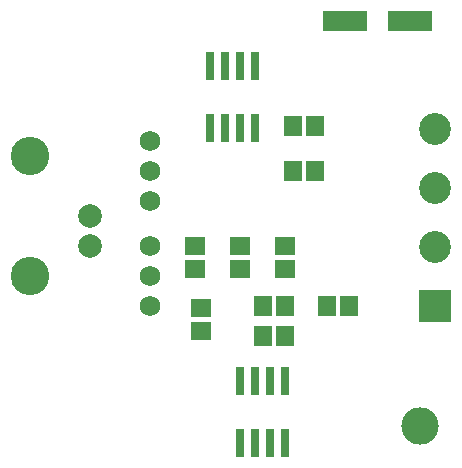
<source format=gbr>
G04 DipTrace 2.4.0.2*
%INTopMask.gbr*%
%MOIN*%
%ADD27C,0.125*%
%ADD35C,0.0789*%
%ADD37C,0.1281*%
%ADD39C,0.1064*%
%ADD41R,0.1064X0.1064*%
%ADD43R,0.1458X0.071*%
%ADD45C,0.068*%
%ADD47R,0.0671X0.0592*%
%ADD49R,0.0316X0.0946*%
%ADD51R,0.0592X0.0671*%
%FSLAX44Y44*%
G04*
G70*
G90*
G75*
G01*
%LNTopMask*%
%LPD*%
D51*
X17071Y9940D3*
X16323D3*
D27*
X19440Y5940D3*
D49*
X14940Y7440D3*
X14440D3*
X13940D3*
X13440D3*
Y5393D3*
X13940D3*
X14440D3*
X14940D3*
X13940Y17940D3*
X13440D3*
X12940D3*
X12440D3*
Y15893D3*
X12940D3*
X13440D3*
X13940D3*
D51*
X15940Y15940D3*
X15192D3*
X15940Y14440D3*
X15192D3*
D47*
X14940Y11940D3*
Y11192D3*
X13440Y11940D3*
Y11192D3*
X11940Y11940D3*
Y11192D3*
D51*
X14940Y8940D3*
X14192D3*
D45*
X10440Y11940D3*
Y10940D3*
Y9940D3*
Y13440D3*
Y14440D3*
Y15440D3*
D43*
X16940Y19440D3*
X19105D3*
D47*
X12125Y9125D3*
Y9873D3*
D51*
X14940Y9940D3*
X14192D3*
D41*
X19940D3*
D39*
Y11909D3*
Y13877D3*
Y15846D3*
D37*
X6440Y10940D3*
X6439Y14940D3*
D35*
X8440Y12940D3*
X8439Y11940D3*
M02*

</source>
